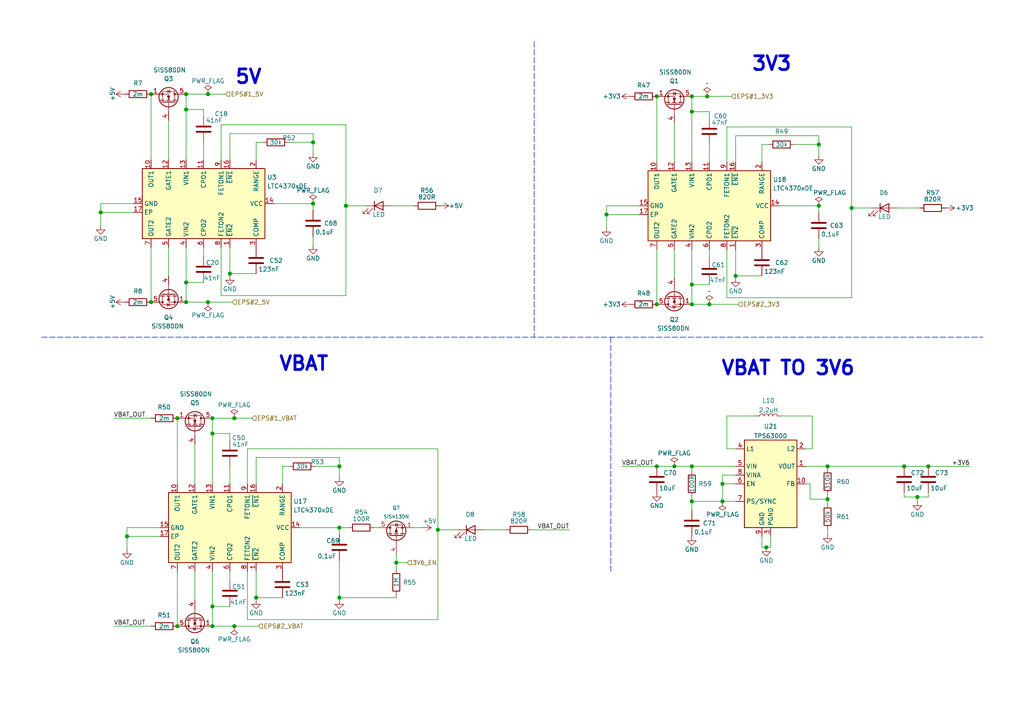
<source format=kicad_sch>
(kicad_sch (version 20210621) (generator eeschema)
  (paper "A4")
  (lib_symbols
    (symbol "Device:C" (pin_numbers hide) (pin_names (offset 0.254))
      (property "Reference" "C" (at 0.635 2.54 0))
      (property "Value" "C" (at 0.635 -2.54 0))
      (symbol "C_0_1"
        (polyline (pts (xy -2.032 -0.762) (xy 2.032 -0.762)) (stroke (width 0.508)))
        (polyline (pts (xy -2.032 0.762) (xy 2.032 0.762)) (stroke (width 0.508)))
      )
      (symbol "C_1_1"
        (pin passive line (at 0 3.81 270) (length 2.794) (name "~") (number "1"))
        (pin passive line (at 0 -3.81 90) (length 2.794) (name "~") (number "2"))
      )
    )
    (symbol "Device:L" (pin_numbers hide) (pin_names (offset 1.016) hide)
      (property "Reference" "L" (at -1.27 0 90))
      (property "Value" "L" (at 1.905 0 90))
      (symbol "L_0_1"
        (arc (start 0 -2.54) (end 0 -1.27) (radius (at 0 -1.905) (length 0.635) (angles -89.9 89.9)))
        (arc (start 0 -1.27) (end 0 0) (radius (at 0 -0.635) (length 0.635) (angles -89.9 89.9)))
        (arc (start 0 0) (end 0 1.27) (radius (at 0 0.635) (length 0.635) (angles -89.9 89.9)))
        (arc (start 0 1.27) (end 0 2.54) (radius (at 0 1.905) (length 0.635) (angles -89.9 89.9)))
      )
      (symbol "L_1_1"
        (pin passive line (at 0 3.81 270) (length 1.27) (name "1") (number "1"))
        (pin passive line (at 0 -3.81 90) (length 1.27) (name "2") (number "2"))
      )
    )
    (symbol "Device:LED" (pin_numbers hide) (pin_names (offset 1.016) hide)
      (property "Reference" "D" (at 0 2.54 0))
      (property "Value" "LED" (at 0 -2.54 0))
      (symbol "LED_0_1"
        (polyline (pts (xy -1.27 -1.27) (xy -1.27 1.27)) (stroke (width 0.254)))
        (polyline (pts (xy -1.27 0) (xy 1.27 0)))
        (polyline (pts (xy 1.27 -1.27) (xy 1.27 1.27) (xy -1.27 0) (xy 1.27 -1.27)) (stroke (width 0.254)))
        (polyline (pts (xy -3.048 -0.762) (xy -4.572 -2.286) (xy -3.81 -2.286) (xy -4.572 -2.286) (xy -4.572 -1.524)))
        (polyline (pts (xy -1.778 -0.762) (xy -3.302 -2.286) (xy -2.54 -2.286) (xy -3.302 -2.286) (xy -3.302 -1.524)))
      )
      (symbol "LED_1_1"
        (pin passive line (at -3.81 0 0) (length 2.54) (name "K") (number "1"))
        (pin passive line (at 3.81 0 180) (length 2.54) (name "A") (number "2"))
      )
    )
    (symbol "Device:R" (pin_numbers hide) (pin_names (offset 0))
      (property "Reference" "R" (at 2.032 0 90))
      (property "Value" "R" (at 0 0 90))
      (symbol "R_0_1"
        (rectangle (start -1.016 -2.54) (end 1.016 2.54) (stroke (width 0.254)))
      )
      (symbol "R_1_1"
        (pin passive line (at 0 3.81 270) (length 1.27) (name "~") (number "1"))
        (pin passive line (at 0 -3.81 90) (length 1.27) (name "~") (number "2"))
      )
    )
    (symbol "Power_Management:LTC4370xDE"
      (property "Reference" "U" (at -8.89 19.05 0))
      (property "Value" "LTC4370xDE" (at 7.62 19.05 0))
      (symbol "LTC4370xDE_0_1"
        (rectangle (start -10.16 17.78) (end 10.16 -17.78) (stroke (width 0.254)) (fill (type background)))
      )
      (symbol "LTC4370xDE_1_1"
        (pin input line (at 12.7 7.62 180) (length 2.54) (name "~{EN2}") (number "1"))
        (pin input line (at -12.7 -15.24 0) (length 2.54) (name "OUT1") (number "10"))
        (pin passive line (at -12.7 0 0) (length 2.54) (name "CPO1") (number "11"))
        (pin output line (at -12.7 -10.16 0) (length 2.54) (name "GATE1") (number "12"))
        (pin power_in line (at -12.7 -5.08 0) (length 2.54) (name "VIN1") (number "13"))
        (pin power_in line (at 0 20.32 270) (length 2.54) (name "VCC") (number "14"))
        (pin power_in line (at 0 -20.32 90) (length 2.54) (name "GND") (number "15"))
        (pin input line (at -12.7 7.62 0) (length 2.54) (name "~{EN1}") (number "16"))
        (pin passive line (at 2.54 -20.32 90) (length 2.54) (name "EP") (number "17"))
        (pin passive line (at -12.7 15.24 0) (length 2.54) (name "RANGE") (number "2"))
        (pin passive line (at 12.7 15.24 180) (length 2.54) (name "COMP") (number "3"))
        (pin power_in line (at 12.7 -5.08 180) (length 2.54) (name "VIN2") (number "4"))
        (pin output line (at 12.7 -10.16 180) (length 2.54) (name "GATE2") (number "5"))
        (pin passive line (at 12.7 0 180) (length 2.54) (name "CPO2") (number "6"))
        (pin input line (at 12.7 -15.24 180) (length 2.54) (name "OUT2") (number "7"))
        (pin open_collector line (at 12.7 5.08 180) (length 2.54) (name "FETON2") (number "8"))
        (pin open_collector line (at -12.7 5.08 0) (length 2.54) (name "FETON1") (number "9"))
      )
    )
    (symbol "Regulator_Switching:TPS63000"
      (property "Reference" "U" (at -7.62 13.97 0))
      (property "Value" "TPS63000" (at 5.08 13.97 0))
      (symbol "TPS63000_0_1"
        (rectangle (start -7.62 12.7) (end 7.62 -12.7) (stroke (width 0.254)) (fill (type background)))
      )
      (symbol "TPS63000_1_1"
        (pin power_out line (at 10.16 5.08 180) (length 2.54) (name "VOUT") (number "1"))
        (pin input line (at 10.16 0 180) (length 2.54) (name "FB") (number "10"))
        (pin passive line (at 0 -15.24 90) (length 2.54) hide (name "PGND") (number "11"))
        (pin input line (at 10.16 10.16 180) (length 2.54) (name "L2") (number "2"))
        (pin power_in line (at 0 -15.24 90) (length 2.54) (name "PGND") (number "3"))
        (pin input line (at -10.16 10.16 0) (length 2.54) (name "L1") (number "4"))
        (pin power_in line (at -10.16 5.08 0) (length 2.54) (name "VIN") (number "5"))
        (pin input line (at -10.16 0 0) (length 2.54) (name "EN") (number "6"))
        (pin input line (at -10.16 -5.08 0) (length 2.54) (name "PS/SYNC") (number "7"))
        (pin power_in line (at -10.16 2.54 0) (length 2.54) (name "VINA") (number "8"))
        (pin power_in line (at -2.54 -15.24 90) (length 2.54) (name "GND") (number "9"))
      )
    )
    (symbol "TCY_transistors:SiS413DN" (pin_names hide)
      (property "Reference" "Q" (at 8.89 2.54 0))
      (property "Value" "SiS413DN" (at 8.89 0 0))
      (symbol "SiS413DN_0_1"
        (circle (center -0.889 0) (radius 2.794) (stroke (width 0.254)))
        (circle (center 0 -1.778) (radius 0.254) (fill (type outline)))
        (circle (center 0 1.778) (radius 0.254) (fill (type outline)))
        (polyline (pts (xy -2.286 0) (xy -5.08 0)))
        (polyline (pts (xy -2.286 1.905) (xy -2.286 -1.905)) (stroke (width 0.254)))
        (polyline (pts (xy -1.778 -1.27) (xy -1.778 -2.286)) (stroke (width 0.254)))
        (polyline (pts (xy -1.778 0.508) (xy -1.778 -0.508)) (stroke (width 0.254)))
        (polyline (pts (xy -1.778 2.286) (xy -1.778 1.27)) (stroke (width 0.254)))
        (polyline (pts (xy 0 2.54) (xy 0 1.778)))
        (polyline (pts (xy 0 -2.54) (xy 0 0) (xy -1.778 0)))
        (polyline (pts (xy -1.778 1.778) (xy 0.762 1.778) (xy 0.762 -1.778) (xy -1.778 -1.778)))
        (polyline (pts (xy 0.254 -0.508) (xy 0.381 -0.381) (xy 1.143 -0.381) (xy 1.27 -0.254)))
        (polyline (pts (xy 0.762 -0.381) (xy 0.381 0.254) (xy 1.143 0.254) (xy 0.762 -0.381)))
        (polyline (pts (xy -0.254 0) (xy -1.27 0.381) (xy -1.27 -0.381) (xy -0.254 0)) (fill (type outline)))
      )
      (symbol "SiS413DN_1_1"
        (pin passive line (at 0 -5.08 90) (length 2.54) (name "S") (number "1"))
        (pin passive line (at 0 -5.08 90) (length 2.54) hide (name "S") (number "2"))
        (pin passive line (at 0 -5.08 90) (length 2.54) hide (name "S") (number "3"))
        (pin passive line (at -7.62 0 0) (length 2.54) (name "G") (number "4"))
        (pin passive line (at 0 5.08 270) (length 2.54) (name "D") (number "5"))
      )
    )
    (symbol "Transistor_FET:SiS454DN" (pin_names hide)
      (property "Reference" "Q" (at 5.08 1.905 0))
      (property "Value" "SiS454DN" (at 5.08 0 0))
      (symbol "SiS454DN_0_1"
        (circle (center 1.651 0) (radius 2.794) (stroke (width 0.254)))
        (circle (center 2.54 -1.778) (radius 0.254) (fill (type outline)))
        (circle (center 2.54 1.778) (radius 0.254) (fill (type outline)))
        (polyline (pts (xy 0.254 0) (xy -2.54 0)))
        (polyline (pts (xy 0.254 1.905) (xy 0.254 -1.905)) (stroke (width 0.254)))
        (polyline (pts (xy 0.762 -1.27) (xy 0.762 -2.286)) (stroke (width 0.254)))
        (polyline (pts (xy 0.762 0.508) (xy 0.762 -0.508)) (stroke (width 0.254)))
        (polyline (pts (xy 0.762 2.286) (xy 0.762 1.27)) (stroke (width 0.254)))
        (polyline (pts (xy 2.54 2.54) (xy 2.54 1.778)))
        (polyline (pts (xy 2.54 -2.54) (xy 2.54 0) (xy 0.762 0)))
        (polyline (pts (xy 0.762 -1.778) (xy 3.302 -1.778) (xy 3.302 1.778) (xy 0.762 1.778)))
        (polyline (pts (xy 2.794 0.508) (xy 2.921 0.381) (xy 3.683 0.381) (xy 3.81 0.254)))
        (polyline (pts (xy 3.302 0.381) (xy 2.921 -0.254) (xy 3.683 -0.254) (xy 3.302 0.381)))
        (polyline (pts (xy 1.016 0) (xy 2.032 0.381) (xy 2.032 -0.381) (xy 1.016 0)) (fill (type outline)))
      )
      (symbol "SiS454DN_1_1"
        (pin passive line (at 2.54 -5.08 90) (length 2.54) (name "S") (number "1"))
        (pin passive line (at 2.54 -5.08 90) (length 2.54) hide (name "S") (number "2"))
        (pin passive line (at 2.54 -5.08 90) (length 2.54) hide (name "S") (number "3"))
        (pin input line (at -5.08 0 0) (length 2.54) (name "G") (number "4"))
        (pin passive line (at 2.54 5.08 270) (length 2.54) (name "D") (number "5"))
      )
    )
    (symbol "power:+3V3" (power) (pin_names (offset 0))
      (property "Value" "+3V3" (at 0 3.556 0))
      (symbol "+3V3_0_1"
        (polyline (pts (xy -0.762 1.27) (xy 0 2.54)))
        (polyline (pts (xy 0 0) (xy 0 2.54)))
        (polyline (pts (xy 0 2.54) (xy 0.762 1.27)))
      )
      (symbol "+3V3_1_1"
        (pin power_in line (at 0 0 90) (length 0) hide (name "+3V3") (number "1"))
      )
    )
    (symbol "power:+5V" (power) (pin_names (offset 0))
      (property "Value" "+5V" (at 0 3.556 0))
      (symbol "+5V_0_1"
        (polyline (pts (xy -0.762 1.27) (xy 0 2.54)))
        (polyline (pts (xy 0 0) (xy 0 2.54)))
        (polyline (pts (xy 0 2.54) (xy 0.762 1.27)))
      )
      (symbol "+5V_1_1"
        (pin power_in line (at 0 0 90) (length 0) hide (name "+5V") (number "1"))
      )
    )
    (symbol "power:GND" (power) (pin_names (offset 0))
      (property "Value" "GND" (at 0 -3.81 0))
      (symbol "GND_0_1"
        (polyline (pts (xy 0 0) (xy 0 -1.27) (xy 1.27 -1.27) (xy 0 -2.54) (xy -1.27 -1.27) (xy 0 -1.27)))
      )
      (symbol "GND_1_1"
        (pin power_in line (at 0 0 270) (length 0) hide (name "GND") (number "1"))
      )
    )
    (symbol "power:PWR_FLAG" (power) (pin_numbers hide) (pin_names (offset 0) hide)
      (property "Value" "PWR_FLAG" (at 0 3.81 0))
      (symbol "PWR_FLAG_0_0"
        (pin power_out line (at 0 0 90) (length 0) (name "pwr") (number "1"))
      )
      (symbol "PWR_FLAG_0_1"
        (polyline (pts (xy 0 0) (xy 0 1.27) (xy -1.016 1.905) (xy 0 2.54) (xy 1.016 1.905) (xy 0 1.27)))
      )
    )
  )
  (junction (at 29.21 61.595) (diameter 1.016))
  (junction (at 36.83 155.575) (diameter 1.016))
  (junction (at 43.815 27.305) (diameter 1.016))
  (junction (at 43.815 87.63) (diameter 1.016))
  (junction (at 51.435 121.285) (diameter 1.016))
  (junction (at 51.435 181.61) (diameter 1.016))
  (junction (at 53.975 27.305) (diameter 1.016))
  (junction (at 53.975 31.75) (diameter 1.016))
  (junction (at 53.975 81.915) (diameter 1.016))
  (junction (at 53.975 87.63) (diameter 1.016))
  (junction (at 60.325 27.305) (diameter 1.016))
  (junction (at 60.325 87.63) (diameter 1.016))
  (junction (at 61.595 121.285) (diameter 1.016))
  (junction (at 61.595 125.73) (diameter 1.016))
  (junction (at 61.595 175.895) (diameter 1.016))
  (junction (at 61.595 181.61) (diameter 1.016))
  (junction (at 66.675 79.375) (diameter 1.016))
  (junction (at 67.945 121.285) (diameter 1.016))
  (junction (at 67.945 181.61) (diameter 1.016))
  (junction (at 74.295 173.355) (diameter 1.016))
  (junction (at 90.805 41.275) (diameter 1.016))
  (junction (at 90.805 59.055) (diameter 1.016))
  (junction (at 98.425 135.255) (diameter 1.016))
  (junction (at 98.425 153.035) (diameter 1.016))
  (junction (at 98.425 173.355) (diameter 1.016))
  (junction (at 100.33 59.69) (diameter 1.016))
  (junction (at 114.935 163.195) (diameter 1.016))
  (junction (at 127 153.67) (diameter 1.016))
  (junction (at 175.895 62.23) (diameter 1.016))
  (junction (at 190.5 27.94) (diameter 1.016))
  (junction (at 190.5 88.265) (diameter 1.016))
  (junction (at 190.5 135.255) (diameter 1.016))
  (junction (at 195.58 135.255) (diameter 1.016))
  (junction (at 200.66 27.94) (diameter 1.016))
  (junction (at 200.66 32.385) (diameter 1.016))
  (junction (at 200.66 82.55) (diameter 1.016))
  (junction (at 200.66 88.265) (diameter 1.016))
  (junction (at 200.66 135.255) (diameter 1.016))
  (junction (at 200.66 145.415) (diameter 1.016))
  (junction (at 205.105 27.94) (diameter 1.016))
  (junction (at 205.74 88.265) (diameter 1.016))
  (junction (at 209.55 140.335) (diameter 1.016))
  (junction (at 209.55 145.415) (diameter 1.016))
  (junction (at 213.36 80.01) (diameter 1.016))
  (junction (at 222.25 158.75) (diameter 1.016))
  (junction (at 237.49 41.91) (diameter 1.016))
  (junction (at 237.49 59.69) (diameter 1.016))
  (junction (at 240.03 135.255) (diameter 1.016))
  (junction (at 240.03 144.78) (diameter 1.016))
  (junction (at 247.015 60.325) (diameter 1.016))
  (junction (at 262.255 135.255) (diameter 1.016))
  (junction (at 266.065 144.145) (diameter 1.016))
  (junction (at 269.24 135.255) (diameter 1.016))
  (wire (pts (xy 29.21 59.055) (xy 29.21 61.595)))
  (wire (pts (xy 29.21 61.595) (xy 29.21 65.405)))
  (wire (pts (xy 33.02 121.285) (xy 43.815 121.285)))
  (wire (pts (xy 33.02 181.61) (xy 43.815 181.61)))
  (wire (pts (xy 36.83 153.035) (xy 36.83 155.575)))
  (wire (pts (xy 36.83 155.575) (xy 36.83 159.385)))
  (wire (pts (xy 38.735 59.055) (xy 29.21 59.055)))
  (wire (pts (xy 38.735 61.595) (xy 29.21 61.595)))
  (wire (pts (xy 43.815 27.305) (xy 43.815 46.355)))
  (wire (pts (xy 43.815 71.755) (xy 43.815 87.63)))
  (wire (pts (xy 46.355 153.035) (xy 36.83 153.035)))
  (wire (pts (xy 46.355 155.575) (xy 36.83 155.575)))
  (wire (pts (xy 48.895 34.925) (xy 48.895 46.355)))
  (wire (pts (xy 48.895 71.755) (xy 48.895 80.01)))
  (wire (pts (xy 51.435 121.285) (xy 51.435 140.335)))
  (wire (pts (xy 51.435 165.735) (xy 51.435 181.61)))
  (wire (pts (xy 53.975 27.305) (xy 53.975 31.75)))
  (wire (pts (xy 53.975 27.305) (xy 60.325 27.305)))
  (wire (pts (xy 53.975 31.75) (xy 53.975 46.355)))
  (wire (pts (xy 53.975 71.755) (xy 53.975 81.915)))
  (wire (pts (xy 53.975 81.915) (xy 53.975 87.63)))
  (wire (pts (xy 53.975 81.915) (xy 59.055 81.915)))
  (wire (pts (xy 53.975 87.63) (xy 60.325 87.63)))
  (wire (pts (xy 56.515 128.905) (xy 56.515 140.335)))
  (wire (pts (xy 56.515 165.735) (xy 56.515 173.99)))
  (wire (pts (xy 59.055 31.75) (xy 53.975 31.75)))
  (wire (pts (xy 59.055 33.655) (xy 59.055 31.75)))
  (wire (pts (xy 59.055 41.275) (xy 59.055 46.355)))
  (wire (pts (xy 59.055 71.755) (xy 59.055 74.295)))
  (wire (pts (xy 60.325 27.305) (xy 65.405 27.305)))
  (wire (pts (xy 60.325 87.63) (xy 67.31 87.63)))
  (wire (pts (xy 61.595 121.285) (xy 61.595 125.73)))
  (wire (pts (xy 61.595 121.285) (xy 67.945 121.285)))
  (wire (pts (xy 61.595 125.73) (xy 61.595 140.335)))
  (wire (pts (xy 61.595 165.735) (xy 61.595 175.895)))
  (wire (pts (xy 61.595 175.895) (xy 61.595 181.61)))
  (wire (pts (xy 61.595 175.895) (xy 66.675 175.895)))
  (wire (pts (xy 61.595 181.61) (xy 67.945 181.61)))
  (wire (pts (xy 64.135 36.195) (xy 64.135 46.355)))
  (wire (pts (xy 64.135 36.195) (xy 100.33 36.195)))
  (wire (pts (xy 64.135 71.755) (xy 64.135 85.725)))
  (wire (pts (xy 64.135 85.725) (xy 100.33 85.725)))
  (wire (pts (xy 66.675 38.735) (xy 66.675 46.355)))
  (wire (pts (xy 66.675 38.735) (xy 90.805 38.735)))
  (wire (pts (xy 66.675 71.755) (xy 66.675 79.375)))
  (wire (pts (xy 66.675 79.375) (xy 66.675 80.01)))
  (wire (pts (xy 66.675 125.73) (xy 61.595 125.73)))
  (wire (pts (xy 66.675 127.635) (xy 66.675 125.73)))
  (wire (pts (xy 66.675 135.255) (xy 66.675 140.335)))
  (wire (pts (xy 66.675 165.735) (xy 66.675 168.275)))
  (wire (pts (xy 67.945 121.285) (xy 73.025 121.285)))
  (wire (pts (xy 67.945 181.61) (xy 74.93 181.61)))
  (wire (pts (xy 71.755 130.175) (xy 71.755 140.335)))
  (wire (pts (xy 71.755 130.175) (xy 127 130.175)))
  (wire (pts (xy 71.755 165.735) (xy 71.755 179.705)))
  (wire (pts (xy 71.755 179.705) (xy 127 179.705)))
  (wire (pts (xy 74.295 41.275) (xy 76.2 41.275)))
  (wire (pts (xy 74.295 46.355) (xy 74.295 41.275)))
  (wire (pts (xy 74.295 79.375) (xy 66.675 79.375)))
  (wire (pts (xy 74.295 132.715) (xy 74.295 140.335)))
  (wire (pts (xy 74.295 132.715) (xy 98.425 132.715)))
  (wire (pts (xy 74.295 165.735) (xy 74.295 173.355)))
  (wire (pts (xy 74.295 173.355) (xy 74.295 173.99)))
  (wire (pts (xy 79.375 59.055) (xy 90.805 59.055)))
  (wire (pts (xy 81.915 135.255) (xy 83.82 135.255)))
  (wire (pts (xy 81.915 140.335) (xy 81.915 135.255)))
  (wire (pts (xy 81.915 173.355) (xy 74.295 173.355)))
  (wire (pts (xy 83.82 41.275) (xy 90.805 41.275)))
  (wire (pts (xy 86.995 153.035) (xy 98.425 153.035)))
  (wire (pts (xy 90.805 38.735) (xy 90.805 41.275)))
  (wire (pts (xy 90.805 41.275) (xy 90.805 44.45)))
  (wire (pts (xy 90.805 59.055) (xy 90.805 60.96)))
  (wire (pts (xy 90.805 68.58) (xy 90.805 71.12)))
  (wire (pts (xy 91.44 135.255) (xy 98.425 135.255)))
  (wire (pts (xy 98.425 132.715) (xy 98.425 135.255)))
  (wire (pts (xy 98.425 135.255) (xy 98.425 138.43)))
  (wire (pts (xy 98.425 153.035) (xy 98.425 154.94)))
  (wire (pts (xy 98.425 153.035) (xy 100.965 153.035)))
  (wire (pts (xy 98.425 162.56) (xy 98.425 173.355)))
  (wire (pts (xy 98.425 173.355) (xy 98.425 173.99)))
  (wire (pts (xy 98.425 173.355) (xy 114.935 173.355)))
  (wire (pts (xy 100.33 36.195) (xy 100.33 59.69)))
  (wire (pts (xy 100.33 59.69) (xy 100.33 85.725)))
  (wire (pts (xy 106.045 59.69) (xy 100.33 59.69)))
  (wire (pts (xy 108.585 153.035) (xy 109.855 153.035)))
  (wire (pts (xy 113.665 59.69) (xy 120.015 59.69)))
  (wire (pts (xy 114.935 160.655) (xy 114.935 163.195)))
  (wire (pts (xy 114.935 163.195) (xy 114.935 165.1)))
  (wire (pts (xy 114.935 163.195) (xy 118.11 163.195)))
  (wire (pts (xy 114.935 172.72) (xy 114.935 173.355)))
  (wire (pts (xy 120.015 153.035) (xy 122.555 153.035)))
  (wire (pts (xy 127 130.175) (xy 127 153.67)))
  (wire (pts (xy 127 179.705) (xy 127 153.67)))
  (wire (pts (xy 132.715 153.67) (xy 127 153.67)))
  (wire (pts (xy 140.335 153.67) (xy 146.685 153.67)))
  (wire (pts (xy 165.1 153.67) (xy 154.305 153.67)))
  (wire (pts (xy 175.895 59.69) (xy 175.895 62.23)))
  (wire (pts (xy 175.895 62.23) (xy 175.895 66.04)))
  (wire (pts (xy 180.34 135.255) (xy 190.5 135.255)))
  (wire (pts (xy 185.42 59.69) (xy 175.895 59.69)))
  (wire (pts (xy 185.42 62.23) (xy 175.895 62.23)))
  (wire (pts (xy 190.5 27.94) (xy 190.5 46.99)))
  (wire (pts (xy 190.5 72.39) (xy 190.5 88.265)))
  (wire (pts (xy 190.5 135.255) (xy 195.58 135.255)))
  (wire (pts (xy 195.58 35.56) (xy 195.58 46.99)))
  (wire (pts (xy 195.58 72.39) (xy 195.58 80.645)))
  (wire (pts (xy 195.58 135.255) (xy 200.66 135.255)))
  (wire (pts (xy 200.66 27.94) (xy 200.66 32.385)))
  (wire (pts (xy 200.66 27.94) (xy 205.105 27.94)))
  (wire (pts (xy 200.66 32.385) (xy 200.66 46.99)))
  (wire (pts (xy 200.66 72.39) (xy 200.66 82.55)))
  (wire (pts (xy 200.66 82.55) (xy 200.66 88.265)))
  (wire (pts (xy 200.66 82.55) (xy 205.74 82.55)))
  (wire (pts (xy 200.66 88.265) (xy 205.74 88.265)))
  (wire (pts (xy 200.66 135.255) (xy 200.66 136.525)))
  (wire (pts (xy 200.66 135.255) (xy 213.36 135.255)))
  (wire (pts (xy 200.66 144.145) (xy 200.66 145.415)))
  (wire (pts (xy 200.66 145.415) (xy 200.66 147.955)))
  (wire (pts (xy 200.66 145.415) (xy 209.55 145.415)))
  (wire (pts (xy 205.105 27.94) (xy 212.09 27.94)))
  (wire (pts (xy 205.74 32.385) (xy 200.66 32.385)))
  (wire (pts (xy 205.74 34.29) (xy 205.74 32.385)))
  (wire (pts (xy 205.74 41.91) (xy 205.74 46.99)))
  (wire (pts (xy 205.74 72.39) (xy 205.74 74.93)))
  (wire (pts (xy 205.74 88.265) (xy 213.995 88.265)))
  (wire (pts (xy 209.55 137.795) (xy 209.55 140.335)))
  (wire (pts (xy 209.55 140.335) (xy 209.55 145.415)))
  (wire (pts (xy 209.55 140.335) (xy 213.36 140.335)))
  (wire (pts (xy 209.55 145.415) (xy 213.36 145.415)))
  (wire (pts (xy 210.82 36.83) (xy 210.82 46.99)))
  (wire (pts (xy 210.82 36.83) (xy 247.015 36.83)))
  (wire (pts (xy 210.82 72.39) (xy 210.82 86.36)))
  (wire (pts (xy 210.82 86.36) (xy 247.015 86.36)))
  (wire (pts (xy 210.82 120.65) (xy 219.075 120.65)))
  (wire (pts (xy 210.82 130.175) (xy 210.82 120.65)))
  (wire (pts (xy 213.36 39.37) (xy 213.36 46.99)))
  (wire (pts (xy 213.36 39.37) (xy 237.49 39.37)))
  (wire (pts (xy 213.36 72.39) (xy 213.36 80.01)))
  (wire (pts (xy 213.36 80.01) (xy 213.36 80.645)))
  (wire (pts (xy 213.36 130.175) (xy 210.82 130.175)))
  (wire (pts (xy 213.36 137.795) (xy 209.55 137.795)))
  (wire (pts (xy 220.98 41.91) (xy 222.885 41.91)))
  (wire (pts (xy 220.98 46.99) (xy 220.98 41.91)))
  (wire (pts (xy 220.98 80.01) (xy 213.36 80.01)))
  (wire (pts (xy 220.98 155.575) (xy 220.98 158.75)))
  (wire (pts (xy 220.98 158.75) (xy 222.25 158.75)))
  (wire (pts (xy 223.52 155.575) (xy 223.52 158.75)))
  (wire (pts (xy 223.52 158.75) (xy 222.25 158.75)))
  (wire (pts (xy 226.06 59.69) (xy 237.49 59.69)))
  (wire (pts (xy 226.695 120.65) (xy 235.585 120.65)))
  (wire (pts (xy 230.505 41.91) (xy 237.49 41.91)))
  (wire (pts (xy 233.68 135.255) (xy 240.03 135.255)))
  (wire (pts (xy 233.68 140.335) (xy 234.95 140.335)))
  (wire (pts (xy 234.95 140.335) (xy 234.95 144.78)))
  (wire (pts (xy 234.95 144.78) (xy 240.03 144.78)))
  (wire (pts (xy 235.585 120.65) (xy 235.585 130.175)))
  (wire (pts (xy 235.585 130.175) (xy 233.68 130.175)))
  (wire (pts (xy 237.49 39.37) (xy 237.49 41.91)))
  (wire (pts (xy 237.49 41.91) (xy 237.49 45.085)))
  (wire (pts (xy 237.49 59.69) (xy 237.49 61.595)))
  (wire (pts (xy 237.49 69.215) (xy 237.49 71.755)))
  (wire (pts (xy 240.03 135.255) (xy 240.03 135.89)))
  (wire (pts (xy 240.03 135.255) (xy 262.255 135.255)))
  (wire (pts (xy 240.03 144.78) (xy 240.03 143.51)))
  (wire (pts (xy 240.03 144.78) (xy 240.03 146.05)))
  (wire (pts (xy 240.03 153.67) (xy 240.03 154.94)))
  (wire (pts (xy 247.015 36.83) (xy 247.015 60.325)))
  (wire (pts (xy 247.015 60.325) (xy 247.015 86.36)))
  (wire (pts (xy 252.73 60.325) (xy 247.015 60.325)))
  (wire (pts (xy 260.35 60.325) (xy 266.7 60.325)))
  (wire (pts (xy 262.255 135.255) (xy 269.24 135.255)))
  (wire (pts (xy 262.255 142.875) (xy 262.255 144.145)))
  (wire (pts (xy 262.255 144.145) (xy 266.065 144.145)))
  (wire (pts (xy 266.065 144.145) (xy 266.065 145.415)))
  (wire (pts (xy 269.24 135.255) (xy 281.305 135.255)))
  (wire (pts (xy 269.24 142.875) (xy 269.24 144.145)))
  (wire (pts (xy 269.24 144.145) (xy 266.065 144.145)))
  (polyline (pts (xy 12.065 97.79) (xy 285.115 97.79)) (stroke (width 0) (type dash)))
  (polyline (pts (xy 154.94 12.065) (xy 154.94 97.79)) (stroke (width 0) (type dash)))
  (polyline (pts (xy 177.165 97.79) (xy 177.165 165.735)) (stroke (width 0) (type dash)))
  (text "5V" (at 67.945 24.765 0) (effects (font (size 4 4) (thickness 0.8) bold) (justify left bottom)))
  (text "VBAT" (at 80.645 107.95 0) (effects (font (size 4 4) (thickness 0.8) bold) (justify left bottom)))
  (text "VBAT TO 3V6" (at 208.915 109.22 0) (effects (font (size 4 4) (thickness 0.8) bold) (justify left bottom)))
  (text "3V3\n" (at 217.805 20.955 0) (effects (font (size 4 4) (thickness 0.8) bold) (justify left bottom)))
  (label "VBAT_OUT" (at 33.02 121.285 0))
  (label "VBAT_OUT" (at 33.02 181.61 0))
  (label "VBAT_OUT" (at 165.1 153.67 180))
  (label "VBAT_OUT" (at 180.34 135.255 0))
  (label "+3V6" (at 281.305 135.255 180))
  (hierarchical_label "EPS#1_5V" (shape input) (at 65.405 27.305 0))
  (hierarchical_label "EPS#2_5V" (shape input) (at 67.31 87.63 0))
  (hierarchical_label "EPS#1_VBAT" (shape input) (at 73.025 121.285 0))
  (hierarchical_label "EPS#2_VBAT" (shape input) (at 74.93 181.61 0))
  (hierarchical_label "3V6_EN" (shape input) (at 118.11 163.195 0))
  (hierarchical_label "EPS#1_3V3" (shape input) (at 212.09 27.94 0))
  (hierarchical_label "EPS#2_3V3" (shape input) (at 213.995 88.265 0))
  (symbol (lib_id "power:+5V") (at 36.195 27.305 90) (unit 1)
    (property "Reference" "#PWR05" (effects hide))
    (property "Value" "+5V" (at 32.639 27.305 0))
  )
  (symbol (lib_id "power:+5V") (at 36.195 87.63 90) (unit 1)
    (property "Reference" "#PWR06" (effects hide))
    (property "Value" "+5V" (at 32.639 87.63 0))
  )
  (symbol (lib_id "power:+5V") (at 122.555 153.035 270) (unit 1)
    (property "Reference" "#PWR014" (effects hide))
    (property "Value" "+5V" (at 122.555 151.1299 90) (effects (justify left)))
  )
  (symbol (lib_id "power:+5V") (at 127.635 59.69 270) (unit 1)
    (property "Reference" "#PWR015" (effects hide))
    (property "Value" "+5V" (at 130.175 59.6899 90) (effects (justify left)))
  )
  (symbol (lib_id "power:+3V3") (at 182.88 27.94 90) (unit 1)
    (property "Reference" "#PWR0159" (effects hide))
    (property "Value" "+3V3" (at 177.419 27.94 90))
  )
  (symbol (lib_id "power:+3V3") (at 182.88 88.265 90) (unit 1)
    (property "Reference" "#PWR0160" (effects hide))
    (property "Value" "+3V3" (at 177.419 88.265 90))
  )
  (symbol (lib_id "power:+3V3") (at 274.32 60.325 270) (unit 1)
    (property "Reference" "#PWR0164" (effects hide))
    (property "Value" "+3V3" (at 279.781 60.325 90))
  )
  (symbol (lib_id "power:PWR_FLAG") (at 60.325 27.305 0) (unit 1)
    (property "Reference" "#FLG02" (effects hide))
    (property "Value" "PWR_FLAG" (at 60.325 23.495 0))
  )
  (symbol (lib_id "power:PWR_FLAG") (at 60.325 87.63 180) (unit 1)
    (property "Reference" "#FLG03" (effects hide))
    (property "Value" "PWR_FLAG" (at 60.325 91.44 0))
  )
  (symbol (lib_id "power:PWR_FLAG") (at 67.945 121.285 0) (unit 1)
    (property "Reference" "#FLG04" (effects hide))
    (property "Value" "PWR_FLAG" (at 67.945 117.475 0))
  )
  (symbol (lib_id "power:PWR_FLAG") (at 67.945 181.61 180) (unit 1)
    (property "Reference" "#FLG05" (effects hide))
    (property "Value" "PWR_FLAG" (at 67.945 185.42 0))
  )
  (symbol (lib_id "power:PWR_FLAG") (at 90.805 59.055 0) (unit 1)
    (property "Reference" "#FLG06" (effects hide))
    (property "Value" "PWR_FLAG" (at 90.805 55.245 0))
  )
  (symbol (lib_id "power:PWR_FLAG") (at 195.58 135.255 0) (unit 1)
    (property "Reference" "#FLG0104" (effects hide))
    (property "Value" "PWR_FLAG" (at 195.58 131.445 0))
  )
  (symbol (lib_id "power:PWR_FLAG") (at 205.105 27.94 0) (unit 1)
    (property "Reference" "#FLG0105" (effects hide))
    (property "Value" "~" (at 205.105 24.13 0))
  )
  (symbol (lib_id "power:PWR_FLAG") (at 205.74 88.265 0) (unit 1)
    (property "Reference" "#FLG0106" (effects hide))
    (property "Value" "~" (at 205.74 84.455 0))
  )
  (symbol (lib_id "power:PWR_FLAG") (at 209.55 145.415 180) (unit 1)
    (property "Reference" "#FLG07" (effects hide))
    (property "Value" "PWR_FLAG" (at 209.55 149.225 0))
  )
  (symbol (lib_id "power:PWR_FLAG") (at 237.49 59.69 0) (unit 1)
    (property "Reference" "#FLG0107" (effects hide))
    (property "Value" "PWR_FLAG" (at 240.665 55.88 0))
  )
  (symbol (lib_id "power:GND") (at 29.21 65.405 0) (unit 1)
    (property "Reference" "#PWR04" (effects hide))
    (property "Value" "GND" (at 29.21 69.215 0))
  )
  (symbol (lib_id "power:GND") (at 36.83 159.385 0) (unit 1)
    (property "Reference" "#PWR07" (effects hide))
    (property "Value" "GND" (at 36.83 163.195 0))
  )
  (symbol (lib_id "power:GND") (at 66.675 80.01 0) (unit 1)
    (property "Reference" "#PWR08" (effects hide))
    (property "Value" "GND" (at 66.675 83.82 0))
  )
  (symbol (lib_id "power:GND") (at 74.295 173.99 0) (unit 1)
    (property "Reference" "#PWR09" (effects hide))
    (property "Value" "GND" (at 74.295 177.8 0))
  )
  (symbol (lib_id "power:GND") (at 90.805 44.45 0) (unit 1)
    (property "Reference" "#PWR010" (effects hide))
    (property "Value" "GND" (at 90.805 48.26 0))
  )
  (symbol (lib_id "power:GND") (at 90.805 71.12 0) (unit 1)
    (property "Reference" "#PWR011" (effects hide))
    (property "Value" "GND" (at 90.805 74.93 0))
  )
  (symbol (lib_id "power:GND") (at 98.425 138.43 0) (unit 1)
    (property "Reference" "#PWR012" (effects hide))
    (property "Value" "GND" (at 98.425 142.24 0))
  )
  (symbol (lib_id "power:GND") (at 98.425 173.99 0) (unit 1)
    (property "Reference" "#PWR013" (effects hide))
    (property "Value" "GND" (at 98.425 177.8 0))
  )
  (symbol (lib_id "power:GND") (at 175.895 66.04 0) (unit 1)
    (property "Reference" "#PWR0140" (effects hide))
    (property "Value" "GND" (at 175.895 69.85 0))
  )
  (symbol (lib_id "power:GND") (at 190.5 142.875 0) (unit 1)
    (property "Reference" "#PWR016" (effects hide))
    (property "Value" "GND" (at 190.5 146.685 0))
  )
  (symbol (lib_id "power:GND") (at 200.66 155.575 0) (unit 1)
    (property "Reference" "#PWR017" (effects hide))
    (property "Value" "GND" (at 200.66 159.385 0))
  )
  (symbol (lib_id "power:GND") (at 213.36 80.645 0) (unit 1)
    (property "Reference" "#PWR0163" (effects hide))
    (property "Value" "GND" (at 213.36 84.455 0))
  )
  (symbol (lib_id "power:GND") (at 222.25 158.75 0) (unit 1)
    (property "Reference" "#PWR018" (effects hide))
    (property "Value" "GND" (at 222.25 162.56 0))
  )
  (symbol (lib_id "power:GND") (at 237.49 45.085 0) (unit 1)
    (property "Reference" "#PWR0162" (effects hide))
    (property "Value" "GND" (at 237.49 48.895 0))
  )
  (symbol (lib_id "power:GND") (at 237.49 71.755 0) (unit 1)
    (property "Reference" "#PWR0161" (effects hide))
    (property "Value" "GND" (at 237.49 75.565 0))
  )
  (symbol (lib_id "power:GND") (at 240.03 154.94 0) (unit 1)
    (property "Reference" "#PWR019" (effects hide))
    (property "Value" "GND" (at 240.03 158.75 0))
  )
  (symbol (lib_id "power:GND") (at 266.065 145.415 0) (unit 1)
    (property "Reference" "#PWR020" (effects hide))
    (property "Value" "GND" (at 266.065 149.225 0))
  )
  (symbol (lib_id "Device:L") (at 222.885 120.65 90) (unit 1)
    (property "Reference" "L10" (at 222.885 116.1754 90))
    (property "Value" "2.2uH" (at 222.885 118.9505 90))
    (property "Footprint" "Inductor_SMD:L_Taiyo-Yuden_MD-5050" (effects hide))
  )
  (symbol (lib_id "Device:R") (at 40.005 27.305 90) (unit 1)
    (property "Reference" "R7" (at 40.005 24.13 90))
    (property "Value" "2m" (at 40.005 27.305 90))
    (property "Footprint" "Resistor_SMD:R_0603_1608Metric" (effects hide))
  )
  (symbol (lib_id "Device:R") (at 40.005 87.63 90) (unit 1)
    (property "Reference" "R8" (at 40.005 84.455 90))
    (property "Value" "2m" (at 40.005 87.63 90))
    (property "Footprint" "Resistor_SMD:R_0603_1608Metric" (effects hide))
  )
  (symbol (lib_id "Device:R") (at 47.625 121.285 90) (unit 1)
    (property "Reference" "R50" (at 47.625 118.11 90))
    (property "Value" "2m" (at 47.625 121.285 90))
    (property "Footprint" "Resistor_SMD:R_0603_1608Metric" (effects hide))
  )
  (symbol (lib_id "Device:R") (at 47.625 181.61 90) (unit 1)
    (property "Reference" "R51" (at 47.625 178.435 90))
    (property "Value" "2m" (at 47.625 181.61 90))
    (property "Footprint" "Resistor_SMD:R_0603_1608Metric" (effects hide))
  )
  (symbol (lib_id "Device:R") (at 80.01 41.275 270) (unit 1)
    (property "Reference" "R52" (at 83.82 40.005 90))
    (property "Value" "30k" (at 80.01 41.275 90))
    (property "Footprint" "Resistor_SMD:R_0603_1608Metric" (effects hide))
  )
  (symbol (lib_id "Device:R") (at 87.63 135.255 270) (unit 1)
    (property "Reference" "R53" (at 92.075 133.985 90))
    (property "Value" "30k" (at 87.63 135.255 90))
    (property "Footprint" "Resistor_SMD:R_0603_1608Metric" (effects hide))
  )
  (symbol (lib_id "Device:R") (at 104.775 153.035 90) (unit 1)
    (property "Reference" "R54" (at 104.775 148.59 90))
    (property "Value" "100R" (at 104.775 150.495 90))
    (property "Footprint" "Resistor_SMD:R_0603_1608Metric" (effects hide))
  )
  (symbol (lib_id "Device:R") (at 114.935 168.91 0) (unit 1)
    (property "Reference" "R55" (at 116.84 168.9099 0) (effects (justify left)))
    (property "Value" "1M" (at 114.935 168.91 90))
  )
  (symbol (lib_id "Device:R") (at 123.825 59.69 90) (unit 1)
    (property "Reference" "R56" (at 123.825 55.245 90))
    (property "Value" "820R" (at 123.825 57.15 90))
    (property "Footprint" "Resistor_SMD:R_0603_1608Metric" (effects hide))
  )
  (symbol (lib_id "Device:R") (at 150.495 153.67 90) (unit 1)
    (property "Reference" "R58" (at 150.495 149.225 90))
    (property "Value" "820R" (at 150.495 151.13 90))
    (property "Footprint" "Resistor_SMD:R_0603_1608Metric" (effects hide))
  )
  (symbol (lib_id "Device:R") (at 186.69 27.94 90) (unit 1)
    (property "Reference" "R47" (at 186.69 24.765 90))
    (property "Value" "2m" (at 186.69 27.94 90))
    (property "Footprint" "Resistor_SMD:R_0603_1608Metric" (effects hide))
  )
  (symbol (lib_id "Device:R") (at 186.69 88.265 90) (unit 1)
    (property "Reference" "R48" (at 186.69 85.09 90))
    (property "Value" "2m" (at 186.69 88.265 90))
    (property "Footprint" "Resistor_SMD:R_0603_1608Metric" (effects hide))
  )
  (symbol (lib_id "Device:R") (at 200.66 140.335 0) (unit 1)
    (property "Reference" "R59" (at 202.565 140.3349 0) (effects (justify left)))
    (property "Value" "100R" (at 200.66 140.335 90))
  )
  (symbol (lib_id "Device:R") (at 226.695 41.91 270) (unit 1)
    (property "Reference" "R49" (at 226.695 38.1 90))
    (property "Value" "30k" (at 226.695 41.91 90))
    (property "Footprint" "Resistor_SMD:R_0603_1608Metric" (effects hide))
  )
  (symbol (lib_id "Device:R") (at 240.03 139.7 0) (unit 1)
    (property "Reference" "R60" (at 242.57 139.6999 0) (effects (justify left)))
    (property "Value" "310k" (at 240.03 139.7 90))
  )
  (symbol (lib_id "Device:R") (at 240.03 149.86 0) (unit 1)
    (property "Reference" "R61" (at 242.57 149.8599 0) (effects (justify left)))
    (property "Value" "50k" (at 240.03 149.86 90))
  )
  (symbol (lib_id "Device:R") (at 270.51 60.325 90) (unit 1)
    (property "Reference" "R57" (at 270.51 55.88 90))
    (property "Value" "820R" (at 270.51 57.785 90))
    (property "Footprint" "Resistor_SMD:R_0603_1608Metric" (effects hide))
  )
  (symbol (lib_id "Device:LED") (at 109.855 59.69 0) (unit 1)
    (property "Reference" "D7" (at 109.6645 55.245 0))
    (property "Value" "LED" (at 109.855 62.23 0))
    (property "Footprint" "LED_SMD:LED_0603_1608Metric" (effects hide))
  )
  (symbol (lib_id "Device:LED") (at 136.525 153.67 0) (unit 1)
    (property "Reference" "D8" (at 136.3345 149.225 0))
    (property "Value" "LED" (at 136.525 156.21 0))
    (property "Footprint" "LED_SMD:LED_0603_1608Metric" (effects hide))
  )
  (symbol (lib_id "Device:LED") (at 256.54 60.325 0) (unit 1)
    (property "Reference" "D6" (at 256.3495 55.88 0))
    (property "Value" "LED" (at 256.54 62.865 0))
    (property "Footprint" "LED_SMD:LED_0603_1608Metric" (effects hide))
  )
  (symbol (lib_id "Device:C") (at 59.055 37.465 0) (unit 1)
    (property "Reference" "C18" (at 62.23 33.0199 0) (effects (justify left)))
    (property "Value" "41nF" (at 59.69 34.925 0) (effects (justify left)))
    (property "Footprint" "Capacitor_SMD:C_0603_1608Metric" (effects hide))
  )
  (symbol (lib_id "Device:C") (at 59.055 78.105 0) (unit 1)
    (property "Reference" "C20" (at 59.69 76.1999 0) (effects (justify left)))
    (property "Value" "41nF" (at 59.055 80.645 0) (effects (justify left)))
    (property "Footprint" "Capacitor_SMD:C_0603_1608Metric" (effects hide))
  )
  (symbol (lib_id "Device:C") (at 66.675 131.445 0) (unit 1)
    (property "Reference" "C50" (at 67.31 126.9999 0) (effects (justify left)))
    (property "Value" "41nF" (at 67.31 128.905 0) (effects (justify left)))
    (property "Footprint" "Capacitor_SMD:C_0603_1608Metric" (effects hide))
  )
  (symbol (lib_id "Device:C") (at 66.675 172.085 0) (unit 1)
    (property "Reference" "C51" (at 67.31 170.1799 0) (effects (justify left)))
    (property "Value" "41nF" (at 66.675 174.625 0) (effects (justify left)))
    (property "Footprint" "Capacitor_SMD:C_0603_1608Metric" (effects hide))
  )
  (symbol (lib_id "Device:C") (at 74.295 75.565 0) (unit 1)
    (property "Reference" "C52" (at 78.105 75.5649 0) (effects (justify left)))
    (property "Value" "123nF" (at 74.93 78.105 0) (effects (justify left)))
    (property "Footprint" "Capacitor_SMD:C_0603_1608Metric" (effects hide))
  )
  (symbol (lib_id "Device:C") (at 81.915 169.545 0) (unit 1)
    (property "Reference" "C53" (at 85.725 169.5449 0) (effects (justify left)))
    (property "Value" "123nF" (at 82.55 172.085 0) (effects (justify left)))
    (property "Footprint" "Capacitor_SMD:C_0603_1608Metric" (effects hide))
  )
  (symbol (lib_id "Device:C") (at 90.805 64.77 0) (unit 1)
    (property "Reference" "C68" (at 93.98 64.7699 0) (effects (justify left)))
    (property "Value" "0,1uF" (at 91.44 67.31 0) (effects (justify left)))
    (property "Footprint" "Capacitor_SMD:C_0603_1608Metric" (effects hide))
  )
  (symbol (lib_id "Device:C") (at 98.425 158.75 0) (unit 1)
    (property "Reference" "C69" (at 94.615 156.8449 0) (effects (justify left)))
    (property "Value" "0,1uF" (at 92.075 161.29 0) (effects (justify left)))
    (property "Footprint" "Capacitor_SMD:C_0603_1608Metric" (effects hide))
  )
  (symbol (lib_id "Device:C") (at 190.5 139.065 0) (unit 1)
    (property "Reference" "C70" (at 192.405 137.1599 0) (effects (justify left)))
    (property "Value" "10uF" (at 191.135 141.605 0) (effects (justify left)))
  )
  (symbol (lib_id "Device:C") (at 200.66 151.765 0) (unit 1)
    (property "Reference" "C71" (at 203.835 151.7649 0) (effects (justify left)))
    (property "Value" "0,1uF" (at 201.295 154.305 0) (effects (justify left)))
  )
  (symbol (lib_id "Device:C") (at 205.74 38.1 0) (unit 1)
    (property "Reference" "C60" (at 207.01 33.6549 0) (effects (justify left)))
    (property "Value" "47nF" (at 206.375 35.56 0) (effects (justify left)))
    (property "Footprint" "Capacitor_SMD:C_0603_1608Metric" (effects hide))
  )
  (symbol (lib_id "Device:C") (at 205.74 78.74 0) (unit 1)
    (property "Reference" "C61" (at 206.375 76.8349 0) (effects (justify left)))
    (property "Value" "47nF" (at 205.74 81.28 0) (effects (justify left)))
    (property "Footprint" "Capacitor_SMD:C_0603_1608Metric" (effects hide))
  )
  (symbol (lib_id "Device:C") (at 220.98 76.2 0) (unit 1)
    (property "Reference" "C62" (at 224.79 76.1999 0) (effects (justify left)))
    (property "Value" "123nF" (at 221.615 78.74 0) (effects (justify left)))
    (property "Footprint" "Capacitor_SMD:C_0603_1608Metric" (effects hide))
  )
  (symbol (lib_id "Device:C") (at 237.49 65.405 0) (unit 1)
    (property "Reference" "C63" (at 240.665 65.4049 0) (effects (justify left)))
    (property "Value" "0,1uF" (at 238.125 67.945 0) (effects (justify left)))
    (property "Footprint" "Capacitor_SMD:C_0603_1608Metric" (effects hide))
  )
  (symbol (lib_id "Device:C") (at 262.255 139.065 0) (unit 1)
    (property "Reference" "C72" (at 264.16 137.1599 0) (effects (justify left)))
    (property "Value" "10uF" (at 262.89 141.605 0) (effects (justify left)))
  )
  (symbol (lib_id "Device:C") (at 269.24 139.065 0) (unit 1)
    (property "Reference" "C73" (at 271.145 137.1599 0) (effects (justify left)))
    (property "Value" "10uF" (at 269.875 141.605 0) (effects (justify left)))
  )
  (symbol (lib_id "Transistor_FET:SiS454DN") (at 48.895 29.845 270) (mirror x) (unit 1)
    (property "Reference" "Q3" (at 48.895 22.86 90))
    (property "Value" "SiSS80DN" (at 44.45 20.32 90) (effects (justify left)))
    (property "Footprint" "Package_SO:Vishay_PowerPAK_1212-8_Single" (effects hide))
    (property "Datasheet" "https://www.vishay.com/docs/66707/sis454dn.pdf" (effects hide))
  )
  (symbol (lib_id "Transistor_FET:SiS454DN") (at 48.895 85.09 90) (mirror x) (unit 1)
    (property "Reference" "Q4" (at 48.895 92.075 90))
    (property "Value" "SiSS80DN" (at 53.34 94.615 90) (effects (justify left)))
    (property "Footprint" "Package_SO:Vishay_PowerPAK_1212-8_Single" (effects hide))
    (property "Datasheet" "https://www.vishay.com/docs/66707/sis454dn.pdf" (effects hide))
  )
  (symbol (lib_id "Transistor_FET:SiS454DN") (at 56.515 123.825 270) (mirror x) (unit 1)
    (property "Reference" "Q5" (at 56.515 116.84 90))
    (property "Value" "SiSS80DN" (at 52.07 114.3 90) (effects (justify left)))
    (property "Footprint" "Package_SO:Vishay_PowerPAK_1212-8_Single" (effects hide))
    (property "Datasheet" "https://www.vishay.com/docs/66707/sis454dn.pdf" (effects hide))
  )
  (symbol (lib_id "Transistor_FET:SiS454DN") (at 56.515 179.07 90) (mirror x) (unit 1)
    (property "Reference" "Q6" (at 56.515 186.055 90))
    (property "Value" "SiSS80DN" (at 60.96 188.595 90) (effects (justify left)))
    (property "Footprint" "Package_SO:Vishay_PowerPAK_1212-8_Single" (effects hide))
    (property "Datasheet" "https://www.vishay.com/docs/66707/sis454dn.pdf" (effects hide))
  )
  (symbol (lib_id "TCY_transistors:SiS413DN") (at 114.935 153.035 90) (unit 1)
    (property "Reference" "Q7" (at 114.935 147.32 90) (effects (font (size 1 1))))
    (property "Value" "SiS413DN" (at 114.935 149.86 90) (effects (font (size 1 1))))
    (property "Footprint" "Package_SO:Vishay_PowerPAK_1212-8_Single" (effects hide))
    (property "Datasheet" "https://www.vishay.com/docs/63262/sis413dn.pdf" (effects hide))
  )
  (symbol (lib_id "Transistor_FET:SiS454DN") (at 195.58 30.48 270) (mirror x) (unit 1)
    (property "Reference" "Q1" (at 195.58 23.495 90))
    (property "Value" "SiSS80DN" (at 191.135 20.955 90) (effects (justify left)))
    (property "Footprint" "Package_SO:Vishay_PowerPAK_1212-8_Single" (effects hide))
    (property "Datasheet" "https://www.vishay.com/docs/66707/sis454dn.pdf" (effects hide))
  )
  (symbol (lib_id "Transistor_FET:SiS454DN") (at 195.58 85.725 90) (mirror x) (unit 1)
    (property "Reference" "Q2" (at 195.58 92.71 90))
    (property "Value" "SiSS80DN" (at 200.025 95.25 90) (effects (justify left)))
    (property "Footprint" "Package_SO:Vishay_PowerPAK_1212-8_Single" (effects hide))
    (property "Datasheet" "https://www.vishay.com/docs/66707/sis454dn.pdf" (effects hide))
  )
  (symbol (lib_id "Regulator_Switching:TPS63000") (at 223.52 140.335 0) (unit 1)
    (property "Reference" "U21" (at 223.52 123.6684 0))
    (property "Value" "TPS63000" (at 223.52 126.4435 0))
    (property "Footprint" "Package_SON:Texas_DRC0010J_ThermalVias" (effects hide))
    (property "Datasheet" "http://www.ti.com/lit/ds/symlink/tps63000.pdf" (effects hide))
  )
  (symbol (lib_id "Power_Management:LTC4370xDE") (at 59.055 59.055 270) (unit 1)
    (property "Reference" "U3" (at 77.47 51.4349 90) (effects (justify left)))
    (property "Value" "LTC4370xDE" (at 77.47 53.9749 90) (effects (justify left)))
    (property "Footprint" "Package_DFN_QFN:DFN-16-1EP_3x4mm_P0.45mm_EP1.7x3.3mm" (effects hide))
    (property "Datasheet" "https://www.analog.com/media/en/technical-documentation/data-sheets/4370f.pdf" (effects hide))
  )
  (symbol (lib_id "Power_Management:LTC4370xDE") (at 66.675 153.035 270) (unit 1)
    (property "Reference" "U17" (at 85.09 145.4149 90) (effects (justify left)))
    (property "Value" "LTC4370xDE" (at 85.09 147.9549 90) (effects (justify left)))
    (property "Footprint" "Package_DFN_QFN:DFN-16-1EP_3x4mm_P0.45mm_EP1.7x3.3mm" (effects hide))
    (property "Datasheet" "https://www.analog.com/media/en/technical-documentation/data-sheets/4370f.pdf" (effects hide))
  )
  (symbol (lib_id "Power_Management:LTC4370xDE") (at 205.74 59.69 270) (unit 1)
    (property "Reference" "U18" (at 224.155 52.0699 90) (effects (justify left)))
    (property "Value" "LTC4370xDE" (at 224.155 54.6099 90) (effects (justify left)))
    (property "Footprint" "Package_DFN_QFN:DFN-16-1EP_3x4mm_P0.45mm_EP1.7x3.3mm" (effects hide))
    (property "Datasheet" "https://www.analog.com/media/en/technical-documentation/data-sheets/4370f.pdf" (effects hide))
  )
)
</source>
